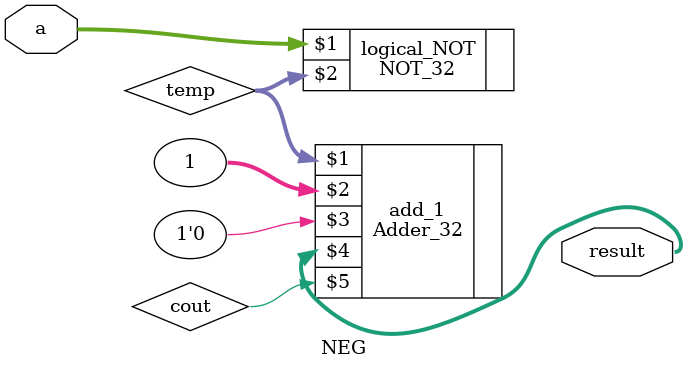
<source format=v>
module NEG (input [31:0] a, output [31:0] result);
	//we have to not the whole number then add 1
	wire [31:0] temp;
	wire cout;
	
	NOT_32 logical_NOT (a, temp);
	Adder_32 add_1 (temp, 32'd1, 1'd0, result, cout);
	
endmodule

</source>
